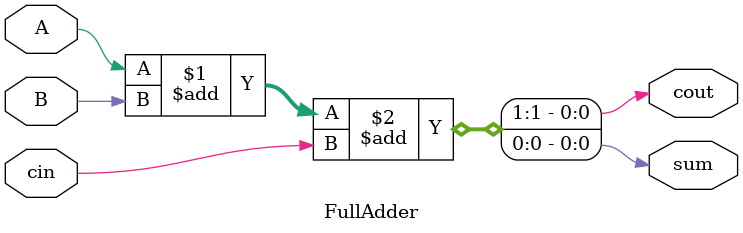
<source format=v>
module FullAdder(A,B,cin,sum,cout);
input A,B,cin;
output sum,cout;

assign {cout,sum} = A + B + cin;

endmodule
</source>
